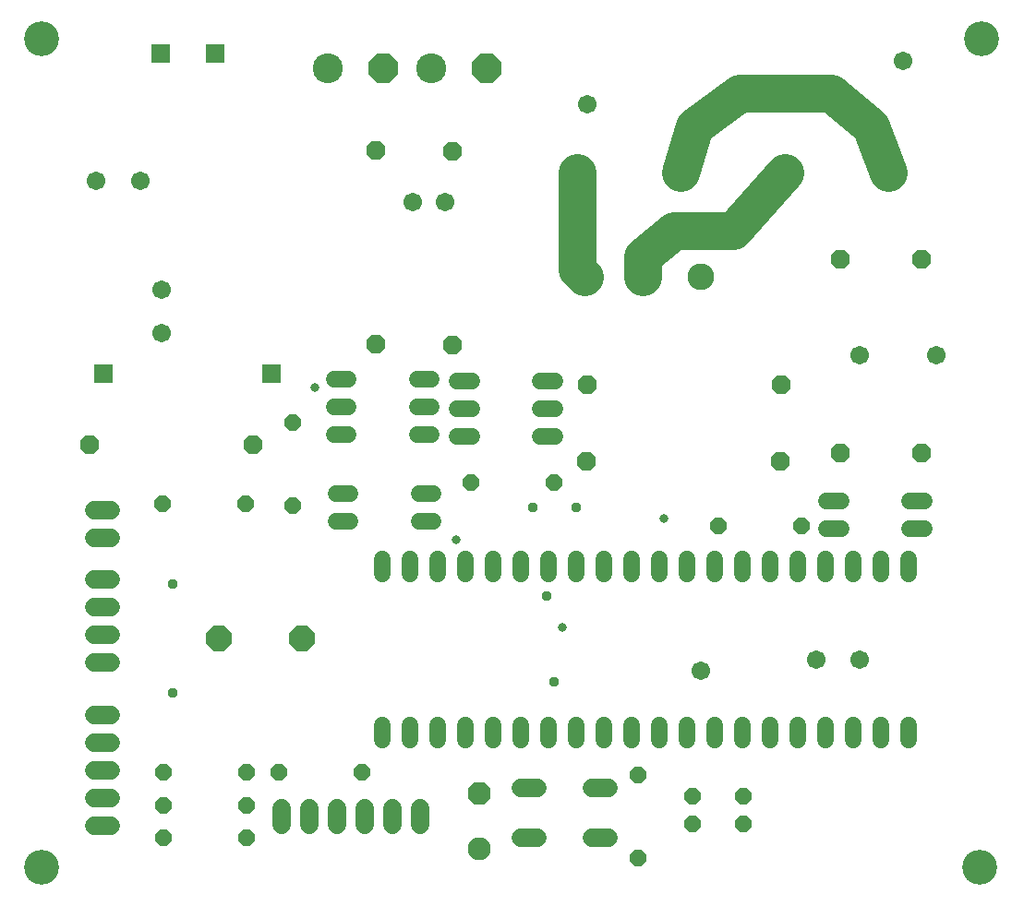
<source format=gbr>
G04 EAGLE Gerber X2 export*
%TF.Part,Single*%
%TF.FileFunction,Soldermask,Bot,1*%
%TF.FilePolarity,Negative*%
%TF.GenerationSoftware,Autodesk,EAGLE,9.0.0*%
%TF.CreationDate,2019-09-24T12:48:38Z*%
G75*
%MOMM*%
%FSLAX34Y34*%
%LPD*%
%AMOC8*
5,1,8,0,0,1.08239X$1,22.5*%
G01*
%ADD10C,3.203200*%
%ADD11C,3.500000*%
%ADD12C,1.524000*%
%ADD13C,2.453200*%
%ADD14P,1.649562X8X292.500000*%
%ADD15C,2.108200*%
%ADD16P,2.281895X8X112.500000*%
%ADD17P,1.869504X8X202.500000*%
%ADD18C,2.743200*%
%ADD19P,2.969212X8X22.500000*%
%ADD20C,1.727200*%
%ADD21R,1.711200X1.711200*%
%ADD22P,1.649562X8X202.500000*%
%ADD23P,1.869504X8X292.500000*%
%ADD24P,1.869504X8X22.500000*%
%ADD25P,1.649562X8X22.500000*%
%ADD26P,1.649562X8X112.500000*%
%ADD27P,2.556822X8X22.500000*%
%ADD28C,0.959600*%
%ADD29C,0.809600*%
%ADD30C,1.703200*%


D10*
X150000Y770000D03*
X150000Y10000D03*
X1012000Y770000D03*
X1010000Y10000D03*
D11*
X640900Y558000D02*
X640900Y647400D01*
X640900Y558000D02*
X647200Y551700D01*
X748600Y690000D02*
X790000Y720000D01*
X873300Y720000D01*
X910000Y690000D01*
X830900Y647400D02*
X783500Y594000D01*
X730000Y594000D01*
X700600Y570600D01*
X700600Y551700D01*
X736000Y647400D02*
X748600Y690000D01*
X910000Y690000D02*
X925900Y647400D01*
D12*
X945000Y292104D02*
X945000Y278896D01*
X919600Y278896D02*
X919600Y292104D01*
X894200Y292104D02*
X894200Y278896D01*
X868800Y278896D02*
X868800Y292104D01*
X843400Y292104D02*
X843400Y278896D01*
X818000Y278896D02*
X818000Y292104D01*
X792600Y292104D02*
X792600Y278896D01*
X767200Y278896D02*
X767200Y292104D01*
X741800Y292104D02*
X741800Y278896D01*
X716400Y278896D02*
X716400Y292104D01*
X691000Y292104D02*
X691000Y278896D01*
X665600Y278896D02*
X665600Y292104D01*
X640200Y292104D02*
X640200Y278896D01*
X614800Y278896D02*
X614800Y292104D01*
X589400Y292104D02*
X589400Y278896D01*
X564000Y278896D02*
X564000Y292104D01*
X538600Y292104D02*
X538600Y278896D01*
X513200Y278896D02*
X513200Y292104D01*
X487800Y292104D02*
X487800Y278896D01*
X462400Y278896D02*
X462400Y292104D01*
X462400Y139704D02*
X462400Y126496D01*
X487800Y126496D02*
X487800Y139704D01*
X513200Y139704D02*
X513200Y126496D01*
X538600Y126496D02*
X538600Y139704D01*
X564000Y139704D02*
X564000Y126496D01*
X589400Y126496D02*
X589400Y139704D01*
X614800Y139704D02*
X614800Y126496D01*
X640200Y126496D02*
X640200Y139704D01*
X665600Y139704D02*
X665600Y126496D01*
X691000Y126496D02*
X691000Y139704D01*
X716400Y139704D02*
X716400Y126496D01*
X741800Y126496D02*
X741800Y139704D01*
X767200Y139704D02*
X767200Y126496D01*
X792600Y126496D02*
X792600Y139704D01*
X818000Y139704D02*
X818000Y126496D01*
X843400Y126496D02*
X843400Y139704D01*
X868800Y139704D02*
X868800Y126496D01*
X894200Y126496D02*
X894200Y139704D01*
X919600Y139704D02*
X919600Y126496D01*
X945000Y126496D02*
X945000Y139704D01*
D13*
X647200Y551700D03*
X700600Y551700D03*
X754200Y551700D03*
D14*
X746800Y75100D03*
X746800Y49700D03*
X793200Y75100D03*
X793200Y49700D03*
D15*
X551000Y26300D03*
D16*
X551000Y77100D03*
D17*
X343530Y397400D03*
X193670Y397400D03*
D18*
X506600Y743100D03*
D19*
X557400Y743100D03*
D18*
X412600Y743100D03*
D19*
X463400Y743100D03*
D20*
X213620Y273900D02*
X198380Y273900D01*
X198380Y248500D02*
X213620Y248500D01*
X213620Y223100D02*
X198380Y223100D01*
X198380Y197700D02*
X213620Y197700D01*
X213620Y149600D02*
X198380Y149600D01*
X198380Y124200D02*
X213620Y124200D01*
X213620Y98800D02*
X198380Y98800D01*
X198380Y73400D02*
X213620Y73400D01*
X213620Y48000D02*
X198380Y48000D01*
D10*
X925900Y647400D03*
X830900Y647400D03*
X736000Y647400D03*
X640900Y647400D03*
D21*
X308700Y756900D03*
X258700Y756900D03*
X360700Y462900D03*
X206700Y462900D03*
D12*
X531096Y455900D02*
X544304Y455900D01*
X544304Y430500D02*
X531096Y430500D01*
X607296Y430500D02*
X620504Y430500D01*
X620504Y455900D02*
X607296Y455900D01*
X544304Y405100D02*
X531096Y405100D01*
X607296Y405100D02*
X620504Y405100D01*
X431104Y457400D02*
X417896Y457400D01*
X417896Y432000D02*
X431104Y432000D01*
X494096Y432000D02*
X507304Y432000D01*
X507304Y457400D02*
X494096Y457400D01*
X431104Y406600D02*
X417896Y406600D01*
X494096Y406600D02*
X507304Y406600D01*
X945696Y320600D02*
X958904Y320600D01*
X958904Y346000D02*
X945696Y346000D01*
X882704Y346000D02*
X869496Y346000D01*
X869496Y320600D02*
X882704Y320600D01*
X508904Y327100D02*
X495696Y327100D01*
X495696Y352500D02*
X508904Y352500D01*
X432704Y352500D02*
X419496Y352500D01*
X419496Y327100D02*
X432704Y327100D01*
D22*
X336700Y343200D03*
X260500Y343200D03*
X619900Y362400D03*
X543700Y362400D03*
D23*
X956300Y567500D03*
X956300Y389700D03*
X882500Y567500D03*
X882500Y389700D03*
D24*
X649300Y382500D03*
X827100Y382500D03*
X649900Y452500D03*
X827700Y452500D03*
D23*
X456000Y667500D03*
X456000Y489700D03*
D25*
X261700Y36800D03*
X337900Y36800D03*
X261700Y66800D03*
X337900Y66800D03*
X261700Y96800D03*
X337900Y96800D03*
X366900Y96800D03*
X443100Y96800D03*
D14*
X696800Y94700D03*
X696800Y18500D03*
D22*
X846300Y323200D03*
X770100Y323200D03*
D23*
X526300Y666900D03*
X526300Y489100D03*
D20*
X654492Y36994D02*
X669732Y36994D01*
X669732Y82206D02*
X654492Y82206D01*
X604708Y36994D02*
X589468Y36994D01*
X589468Y82206D02*
X604708Y82206D01*
X370100Y63620D02*
X370100Y48380D01*
X395500Y48380D02*
X395500Y63620D01*
X420900Y63620D02*
X420900Y48380D01*
X446300Y48380D02*
X446300Y63620D01*
X471700Y63620D02*
X471700Y48380D01*
X497100Y48380D02*
X497100Y63620D01*
X213620Y337400D02*
X198380Y337400D01*
X198380Y312000D02*
X213620Y312000D01*
D26*
X380000Y341900D03*
X380000Y418100D03*
D27*
X311900Y220000D03*
X388100Y220000D03*
D28*
X640000Y340000D03*
X600000Y340000D03*
D29*
X530000Y310000D03*
D28*
X270000Y270000D03*
X270000Y170000D03*
X620000Y180000D03*
X613000Y258900D03*
D30*
X754000Y190000D03*
X860000Y200000D03*
X900000Y200000D03*
X650000Y710000D03*
X940000Y750000D03*
X200000Y640000D03*
X240000Y640000D03*
X900000Y480000D03*
X970000Y480000D03*
X490000Y620000D03*
X520000Y620000D03*
X260000Y540000D03*
X260000Y500000D03*
D29*
X720000Y330000D03*
X400000Y450000D03*
X627000Y230000D03*
M02*

</source>
